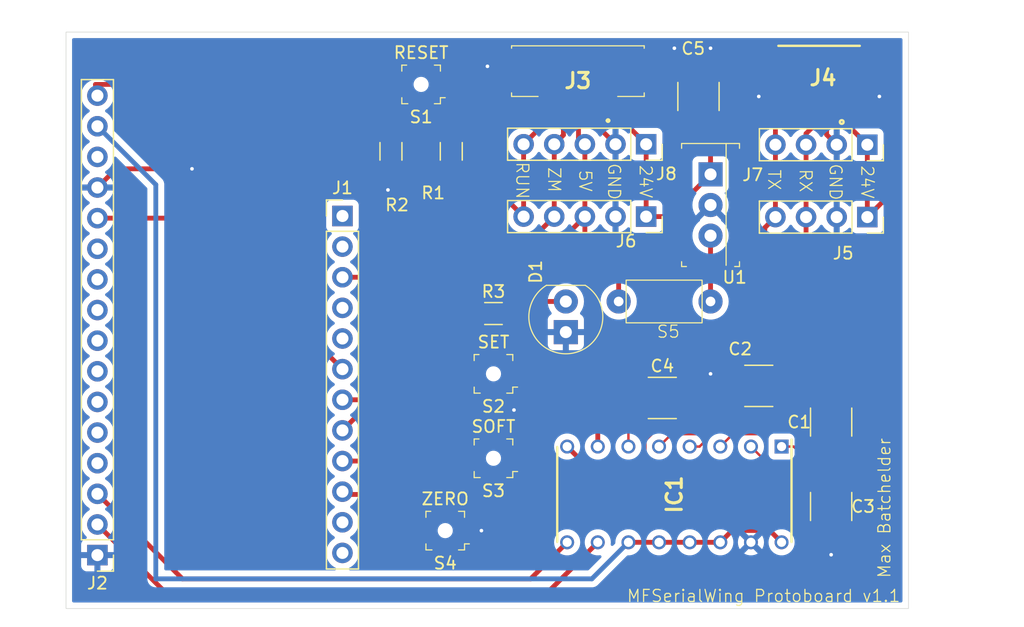
<source format=kicad_pcb>
(kicad_pcb (version 20240108) (generator "pcbnew") (generator_version "8.0")
  (layers (0 "F.Cu" signal) (31 "B.Cu" signal) (34 "B.Paste" user) (35 "F.Paste" user) (36 "B.SilkS" user "B.Silkscreen") (37 "F.SilkS" user "F.Silkscreen") (38 "B.Mask" user) (39 "F.Mask" user) (44 "Edge.Cuts" user))
  (net 0 "")
  (net 1 "TIN1")
  (net 2 "Net-(IC1-C1+)")
  (net 3 "Net-(IC1-C1-)")
  (net 4 "Net-(IC1-C2+)")
  (net 5 "Net-(IC1-C2-)")
  (net 6 "Net-(IC1-V+)")
  (net 7 "Net-(IC1-V-)")
  (net 8 "GND")
  (net 9 "Net-(D1-A)")
  (net 10 "TOUT1")
  (net 11 "+24V")
  (net 12 "USB")
  (net 13 "+5V")
  (net 14 "+3V3")
  (net 15 "ROUT1")
  (net 16 "RIN1")
  (net 17 "ZOOM")
  (net 18 "RUN")
  (net 19 "ZSIG")
  (net 20 "SETLED")
  (net 21 "RST")
  (net 22 "SETBTN")
  (net 23 "SOFTBTN")
  (net 24 "ZEROBTN")
  (net 25 "VBAT")
  (net 26 "/breakouts/SDA")
  (net 27 "/breakouts/SCL")
  (net 28 "/breakouts/D12")
  (net 29 "/breakouts/EN")
  (net 30 "/breakouts/D13")
  (net 31 "/breakouts/A1")
  (net 32 "/breakouts/AREF")
  (net 33 "/breakouts/A5")
  (net 34 "/breakouts/MISO")
  (net 35 "/breakouts/SCK")
  (net 36 "/breakouts/A2")
  (net 37 "/breakouts/MOSI")
  (net 38 "/breakouts/A4")
  (net 39 "/breakouts/A3")
  (footprint "Capacitor_SMD:C_1812_4532Metric_Pad1.57x3.40mm_HandSolder" (layer "F.Cu") (at 80.2425 87.57 180)
    (property "Reference" "C2" (at 1.54 3.06 180) (layer "F.SilkS"))
    (property "Value" "100nF")
    (fp_line (start -1.161252 1.71) (end 1.161252 1.71) (stroke (width 0.12)) (layer "F.SilkS"))
    (fp_line (start -1.161252 -1.71) (end 1.161252 -1.71) (stroke (width 0.12)) (layer "F.SilkS"))
    (pad "1" smd roundrect (at -2.1375 0 180) (size 1.575 3.4) (layers "F.Cu" "F.Paste" "F.Mask") (roundrect_rratio 0.15873) (net 4 "Net-(IC1-C2+)"))
    (pad "2" smd roundrect (at 2.1375 0 180) (size 1.575 3.4) (layers "F.Cu" "F.Paste" "F.Mask") (roundrect_rratio 0.15873) (net 5 "Net-(IC1-C2-)"))
  )
  (footprint "Resistor_SMD:R_1206_3216Metric_Pad1.30x1.75mm_HandSolder" (layer "F.Cu") (at 58.2425 81.57)
    (property "Reference" "R3" (at 0 -1.82 0) (layer "F.SilkS"))
    (property "Value" "65")
    (fp_line (start -0.727064 -0.91) (end 0.727064 -0.91) (stroke (width 0.12)) (layer "F.SilkS"))
    (fp_line (start -0.727064 0.91) (end 0.727064 0.91) (stroke (width 0.12)) (layer "F.SilkS"))
    (pad "1" smd roundrect (at -1.55 0) (size 1.3 1.75) (layers "F.Cu" "F.Paste" "F.Mask") (roundrect_rratio 0.192308) (net 20 "SETLED"))
    (pad "2" smd roundrect (at 1.55 0) (size 1.3 1.75) (layers "F.Cu" "F.Paste" "F.Mask") (roundrect_rratio 0.192308) (net 9 "Net-(D1-A)"))
  )
  (footprint "Resistor_SMD:R_1206_3216Metric_Pad1.30x1.75mm_HandSolder" (layer "F.Cu") (at 49.7425 68.12 -90)
    (property "Reference" "R2" (at 4.45 -0.5 180) (layer "F.SilkS"))
    (property "Value" "3K3")
    (fp_line (start -0.727064 0.91) (end 0.727064 0.91) (stroke (width 0.12)) (layer "F.SilkS"))
    (fp_line (start -0.727064 -0.91) (end 0.727064 -0.91) (stroke (width 0.12)) (layer "F.SilkS"))
    (pad "1" smd roundrect (at -1.55 0 270) (size 1.3 1.75) (layers "F.Cu" "F.Paste" "F.Mask") (roundrect_rratio 0.192308) (net 19 "ZSIG"))
    (pad "2" smd roundrect (at 1.55 0 270) (size 1.3 1.75) (layers "F.Cu" "F.Paste" "F.Mask") (roundrect_rratio 0.192308) (net 8 "GND"))
  )
  (footprint "digikey-footprints:Switch_Tactile_SMD_B3U-1000P" (layer "F.Cu") (at 54.2425 99.57 180)
    (property "Reference" "S4" (at 0 -2.7 180) (layer "F.SilkS"))
    (property "Value" "ZERO" (at 0 2.63 180) (layer "F.SilkS"))
    (fp_line (start 1.6 1.6) (end 1.6 1.1) (stroke (width 0.1)) (layer "F.SilkS"))
    (fp_line (start 1.6 1.6) (end 1.2 1.6) (stroke (width 0.1)) (layer "F.SilkS"))
    (fp_line (start 1.6 -1.6) (end 1.6 -1.1) (stroke (width 0.1)) (layer "F.SilkS"))
    (fp_line (start 1.6 -1.6) (end 1.1 -1.6) (stroke (width 0.1)) (layer "F.SilkS"))
    (fp_line (start -1.6 1.6) (end -1.1 1.6) (stroke (width 0.1)) (layer "F.SilkS"))
    (fp_line (start -1.6 1.6) (end -1.6 1.1) (stroke (width 0.1)) (layer "F.SilkS"))
    (fp_line (start -1.6 -1.1) (end -2 -1.1) (stroke (width 0.1)) (layer "F.SilkS"))
    (fp_line (start -1.6 -1.6) (end -1.1 -1.6) (stroke (width 0.1)) (layer "F.SilkS"))
    (fp_line (start -1.6 -1.6) (end -1.6 -1.1) (stroke (width 0.1)) (layer "F.SilkS"))
    (pad "" np_thru_hole circle (at 0 0 180) (size 0.75 0.75) (drill 0.75) (layers "F&B.Cu" "*.Mask"))
    (pad "1" smd rect (at -1.7 0 180) (size 0.8 1.7) (layers "F.Cu" "F.Paste" "F.Mask") (net 8 "GND"))
    (pad "2" smd rect (at 1.7 0 180) (size 0.8 1.7) (layers "F.Cu" "F.Paste" "F.Mask") (net 24 "ZEROBTN"))
  )
  (footprint "Resistor_SMD:R_1206_3216Metric_Pad1.30x1.75mm_HandSolder" (layer "F.Cu") (at 54.7425 68.12 90)
    (property "Reference" "R1" (at -3.45 -1.5 0) (layer "F.SilkS"))
    (property "Value" "4K7")
    (fp_line (start -0.727064 -0.91) (end 0.727064 -0.91) (stroke (width 0.12)) (layer "F.SilkS"))
    (fp_line (start -0.727064 0.91) (end 0.727064 0.91) (stroke (width 0.12)) (layer "F.SilkS"))
    (pad "1" smd roundrect (at -1.55 0 90) (size 1.3 1.75) (layers "F.Cu" "F.Paste" "F.Mask") (roundrect_rratio 0.192308) (net 17 "ZOOM"))
    (pad "2" smd roundrect (at 1.55 0 90) (size 1.3 1.75) (layers "F.Cu" "F.Paste" "F.Mask") (roundrect_rratio 0.192308) (net 19 "ZSIG"))
  )
  (footprint "Capacitor_SMD:C_1812_4532Metric_Pad1.57x3.40mm_HandSolder" (layer "F.Cu") (at 86.2425 97.57 -90)
    (property "Reference" "C3" (at 0 -2.65 180) (layer "F.SilkS"))
    (property "Value" "100nF")
    (fp_line (start -1.161252 1.71) (end 1.161252 1.71) (stroke (width 0.12)) (layer "F.SilkS"))
    (fp_line (start -1.161252 -1.71) (end 1.161252 -1.71) (stroke (width 0.12)) (layer "F.SilkS"))
    (pad "1" smd roundrect (at -2.1375 0 270) (size 1.575 3.4) (layers "F.Cu" "F.Paste" "F.Mask") (roundrect_rratio 0.15873) (net 6 "Net-(IC1-V+)"))
    (pad "2" smd roundrect (at 2.1375 0 270) (size 1.575 3.4) (layers "F.Cu" "F.Paste" "F.Mask") (roundrect_rratio 0.15873) (net 8 "GND"))
  )
  (footprint "digikey-footprints:Switch_Tactile_SMD_B3U-1000P" (layer "F.Cu") (at 58.2425 86.57 180)
    (property "Reference" "S2" (at 0 -2.7 180) (layer "F.SilkS"))
    (property "Value" "SET" (at 0 2.63 180) (layer "F.SilkS"))
    (fp_line (start 1.6 1.6) (end 1.6 1.1) (stroke (width 0.1)) (layer "F.SilkS"))
    (fp_line (start 1.6 1.6) (end 1.2 1.6) (stroke (width 0.1)) (layer "F.SilkS"))
    (fp_line (start 1.6 -1.6) (end 1.6 -1.1) (stroke (width 0.1)) (layer "F.SilkS"))
    (fp_line (start 1.6 -1.6) (end 1.1 -1.6) (stroke (width 0.1)) (layer "F.SilkS"))
    (fp_line (start -1.6 1.6) (end -1.1 1.6) (stroke (width 0.1)) (layer "F.SilkS"))
    (fp_line (start -1.6 1.6) (end -1.6 1.1) (stroke (width 0.1)) (layer "F.SilkS"))
    (fp_line (start -1.6 -1.1) (end -2 -1.1) (stroke (width 0.1)) (layer "F.SilkS"))
    (fp_line (start -1.6 -1.6) (end -1.1 -1.6) (stroke (width 0.1)) (layer "F.SilkS"))
    (fp_line (start -1.6 -1.6) (end -1.6 -1.1) (stroke (width 0.1)) (layer "F.SilkS"))
    (pad "" np_thru_hole circle (at 0 0 180) (size 0.75 0.75) (drill 0.75) (layers "F&B.Cu" "*.Mask"))
    (pad "1" smd rect (at -1.7 0 180) (size 0.8 1.7) (layers "F.Cu" "F.Paste" "F.Mask") (net 8 "GND"))
    (pad "2" smd rect (at 1.7 0 180) (size 0.8 1.7) (layers "F.Cu" "F.Paste" "F.Mask") (net 22 "SETBTN"))
  )
  (footprint "Connector_PinHeader_2.54mm:PinHeader_1x16_P2.54mm_Vertical" (layer "F.Cu") (at 25.4 101.6 180)
    (property "Reference" "J2" (at 0 -2.33 180) (layer "F.SilkS"))
    (property "Value" "HEADER-1X16ROUND")
    (fp_line (start 1.33 1.27) (end 1.33 39.43) (stroke (width 0.12)) (layer "F.SilkS"))
    (fp_line (start -1.33 39.43) (end 1.33 39.43) (stroke (width 0.12)) (layer "F.SilkS"))
    (fp_line (start -1.33 1.27) (end 1.33 1.27) (stroke (width 0.12)) (layer "F.SilkS"))
    (fp_line (start -1.33 1.27) (end -1.33 39.43) (stroke (width 0.12)) (layer "F.SilkS"))
    (fp_line (start -1.33 0) (end -1.33 -1.33) (stroke (width 0.12)) (layer "F.SilkS"))
    (fp_line (start -1.33 -1.33) (end 0 -1.33) (stroke (width 0.12)) (layer "F.SilkS"))
    (pad "1" thru_hole rect (at 0 0 180) (size 1.7 1.7) (drill 1) (layers "*.Cu" "*.Mask") (net 8 "GND"))
    (pad "2" thru_hole oval (at 0 2.54 180) (size 1.7 1.7) (drill 1) (layers "*.Cu" "*.Mask") (net 1 "TIN1"))
    (pad "3" thru_hole oval (at 0 5.08 180) (size 1.7 1.7) (drill 1) (layers "*.Cu" "*.Mask") (net 15 "ROUT1"))
    (pad "4" thru_hole oval (at 0 7.62 180) (size 1.7 1.7) (drill 1) (layers "*.Cu" "*.Mask") (net 34 "/breakouts/MISO"))
    (pad "5" thru_hole oval (at 0 10.16 180) (size 1.7 1.7) (drill 1) (layers "*.Cu" "*.Mask") (net 37 "/breakouts/MOSI"))
    (pad "6" thru_hole oval (at 0 12.7 180) (size 1.7 1.7) (drill 1) (layers "*.Cu" "*.Mask") (net 35 "/breakouts/SCK"))
    (pad "7" thru_hole oval (at 0 15.24 180) (size 1.7 1.7) (drill 1) (layers "*.Cu" "*.Mask") (net 33 "/breakouts/A5"))
    (pad "8" thru_hole oval (at 0 17.78 180) (size 1.7 1.7) (drill 1) (layers "*.Cu" "*.Mask") (net 38 "/breakouts/A4"))
    (pad "9" thru_hole oval (at 0 20.32 180) (size 1.7 1.7) (drill 1) (layers "*.Cu" "*.Mask") (net 39 "/breakouts/A3"))
    (pad "10" thru_hole oval (at 0 22.86 180) (size 1.7 1.7) (drill 1) (layers "*.Cu" "*.Mask") (net 36 "/breakouts/A2"))
    (pad "11" thru_hole oval (at 0 25.4 180) (size 1.7 1.7) (drill 1) (layers "*.Cu" "*.Mask") (net 31 "/breakouts/A1"))
    (pad "12" thru_hole oval (at 0 27.94 180) (size 1.7 1.7) (drill 1) (layers "*.Cu" "*.Mask") (net 19 "ZSIG"))
    (pad "13" thru_hole oval (at 0 30.48 180) (size 1.7 1.7) (drill 1) (layers "*.Cu" "*.Mask") (net 8 "GND"))
    (pad "14" thru_hole oval (at 0 33.02 180) (size 1.7 1.7) (drill 1) (layers "*.Cu" "*.Mask") (net 32 "/breakouts/AREF"))
    (pad "15" thru_hole oval (at 0 35.56 180) (size 1.7 1.7) (drill 1) (layers "*.Cu" "*.Mask") (net 14 "+3V3"))
    (pad "16" thru_hole oval (at 0 38.1 180) (size 1.7 1.7) (drill 1) (layers "*.Cu" "*.Mask") (net 21 "RST"))
  )
  (footprint "Capacitor_SMD:C_1812_4532Metric_Pad1.57x3.40mm_HandSolder" (layer "F.Cu") (at 86.2425 90.57 90)
    (property "Reference" "C1" (at 0 -2.65 0) (layer "F.SilkS"))
    (property "Value" "100nF")
    (fp_line (start -1.161252 -1.71) (end 1.161252 -1.71) (stroke (width 0.12)) (layer "F.SilkS"))
    (fp_line (start -1.161252 1.71) (end 1.161252 1.71) (stroke (width 0.12)) (layer "F.SilkS"))
    (pad "1" smd roundrect (at -2.1375 0 90) (size 1.575 3.4) (layers "F.Cu" "F.Paste" "F.Mask") (roundrect_rratio 0.15873) (net 2 "Net-(IC1-C1+)"))
    (pad "2" smd roundrect (at 2.1375 0 90) (size 1.575 3.4) (layers "F.Cu" "F.Paste" "F.Mask") (roundrect_rratio 0.15873) (net 3 "Net-(IC1-C1-)"))
  )
  (footprint "Capacitor_SMD:C_1812_4532Metric_Pad1.57x3.40mm_HandSolder" (layer "F.Cu") (at 72.2425 88.57)
    (property "Reference" "C4" (at 0 -2.65 0) (layer "F.SilkS"))
    (property "Value" "100nF")
    (fp_line (start -1.161252 -1.71) (end 1.161252 -1.71) (stroke (width 0.12)) (layer "F.SilkS"))
    (fp_line (start -1.161252 1.71) (end 1.161252 1.71) (stroke (width 0.12)) (layer "F.SilkS"))
    (pad "1" smd roundrect (at -2.1375 0) (size 1.575 3.4) (layers "F.Cu" "F.Paste" "F.Mask") (roundrect_rratio 0.15873) (net 7 "Net-(IC1-V-)"))
    (pad "2" smd roundrect (at 2.1375 0) (size 1.575 3.4) (layers "F.Cu" "F.Paste" "F.Mask") (roundrect_rratio 0.15873) (net 8 "GND"))
  )
  (footprint "53261-0571:532610571TR250" (layer "F.Cu") (at 65.2425 63.57 180)
    (property "Reference" "J3" (at 0 1.3 180) (layer "F.SilkS") (effects (font (size 1.27 1.27) (thickness 0.254))))
    (property "Value" "53261-0571" (hide yes))
    (fp_line (start 5.5 4.2) (end 5.5 4) (stroke (width 0.1)) (layer "F.SilkS"))
    (fp_line (start 5.5 0) (end 5.5 0.3) (stroke (width 0.1)) (layer "F.SilkS"))
    (fp_line (start 3.3 0) (end 5.5 0) (stroke (width 0.1)) (layer "F.SilkS"))
    (fp_line (start -2.4 -2) (end -2.4 -2) (stroke (width 0.2)) (layer "F.SilkS"))
    (fp_line (start -2.6 -2) (end -2.6 -2) (stroke (width 0.2)) (layer "F.SilkS"))
    (fp_line (start -3.3 0) (end -5.5 0) (stroke (width 0.1)) (layer "F.SilkS"))
    (fp_line (start -5.5 4.2) (end 5.5 4.2) (stroke (width 0.1)) (layer "F.SilkS"))
    (fp_line (start -5.5 4) (end -5.5 4.2) (stroke (width 0.1)) (layer "F.SilkS"))
    (fp_line (start -5.5 0) (end -5.5 0.3) (stroke (width 0.1)) (layer "F.SilkS"))
    (fp_arc (start -2.4 -2) (mid -2.5 -1.9) (end -2.6 -2) (stroke (width 0.2)) (layer "F.SilkS"))
    (fp_arc (start -2.6 -2) (mid -2.5 -2.1) (end -2.4 -2) (stroke (width 0.2)) (layer "F.SilkS"))
    (pad "1" smd rect (at -2.5 -0.8 180) (size 0.8 1.6) (layers "F.Cu" "F.Paste" "F.Mask") (net 11 "+24V"))
    (pad "2" smd rect (at -1.25 -0.8 180) (size 0.8 1.6) (layers "F.Cu" "F.Paste" "F.Mask") (net 8 "GND"))
    (pad "3" smd rect (at 0 -0.8 180) (size 0.8 1.6) (layers "F.Cu" "F.Paste" "F.Mask") (net 12 "USB"))
    (pad "4" smd rect (at 1.25 -0.8 180) (size 0.8 1.6) (layers "F.Cu" "F.Paste" "F.Mask") (net 17 "ZOOM"))
    (pad "5" smd rect (at 2.5 -0.8 180) (size 0.8 1.6) (layers "F.Cu" "F.Paste" "F.Mask") (net 18 "RUN"))
    (pad "MP1" smd rect (at -5.05 2.1 180) (size 2.1 3) (layers "F.Cu" "F.Paste" "F.Mask") (net 8 "GND"))
    (pad "MP2" smd rect (at 5.05 2.1 180) (size 2.1 3) (layers "F.Cu" "F.Paste" "F.Mask") (net 8 "GND"))
  )
  (footprint "digikey-footprints:Switch_Tactile_SMD_B3U-1000P" (layer "F.Cu") (at 52.2425 62.57 180)
    (property "Reference" "S1" (at 0 -2.7 180) (layer "F.SilkS"))
    (property "Value" "RESET" (at 0 2.63 180) (layer "F.SilkS"))
    (fp_line (start 1.6 1.6) (end 1.6 1.1) (stroke (width 0.1)) (layer "F.SilkS"))
    (fp_line (start 1.6 1.6) (end 1.2 1.6) (stroke (width 0.1)) (layer "F.SilkS"))
    (fp_line (start 1.6 -1.6) (end 1.6 -1.1) (stroke (width 0.1)) (layer "F.SilkS"))
    (fp_line (start 1.6 -1.6) (end 1.1 -1.6) (stroke (width 0.1)) (layer "F.SilkS"))
    (fp_line (start -1.6 1.6) (end -1.1 1.6) (stroke (width 0.1)) (layer "F.SilkS"))
    (fp_line (start -1.6 1.6) (end -1.6 1.1) (stroke (width 0.1)) (layer "F.SilkS"))
    (fp_line (start -1.6 -1.1) (end -2 -1.1) (stroke (width 0.1)) (layer "F.SilkS"))
    (fp_line (start -1.6 -1.6) (end -1.1 -1.6) (stroke (width 0.1)) (layer "F.SilkS"))
    (fp_line (start -1.6 -1.6) (end -1.6 -1.1) (stroke (width 0.1)) (layer "F.SilkS"))
    (pad "" np_thru_hole circle (at 0 0 180) (size 0.75 0.75) (drill 0.75) (layers "F&B.Cu" "*.Mask"))
    (pad "1" smd rect (at -1.7 0 180) (size 0.8 1.7) (layers "F.Cu" "F.Paste" "F.Mask") (net 8 "GND"))
    (pad "2" smd rect (at 1.7 0 180) (size 0.8 1.7) (layers "F.Cu" "F.Paste" "F.Mask") (net 21 "RST"))
  )
  (footprint "digikey-footprints:LED_5mm_Radial" (layer "F.Cu") (at 64.2425 80.57 90)
    (property "Reference" "D1" (at 2.46 -2.5 -90) (layer "F.SilkS"))
    (property "Value" "LED")
    (fp_line (start 1.34 1.6) (end 1.34 -1.61) (stroke (width 0.1)) (layer "F.SilkS"))
    (fp_arc (start 1.341718 1.607211) (mid -4.336626 0.001638) (end 1.34 -1.61) (stroke (width 0.1)) (layer "F.SilkS"))
    (pad "1" thru_hole rect (at -2.54 0 90) (size 2 2) (drill 1) (layers "*.Cu" "*.Mask") (net 8 "GND"))
    (pad "2" thru_hole circle (at 0 0 90) (size 2 2) (drill 1) (layers "*.Cu" "*.Mask") (net 9 "Net-(D1-A)"))
  )
  (footprint "MyLibrary:DS04-254-1L-01" (layer "F.Cu") (at 76.2425 80.57 180)
    (property "Reference" "S5" (at 3.5 -2.5 0) (layer "F.SilkS") (effects (font (thickness 0.1))))
    (property "Value" "~")
    (fp_rect (start 0.7 -1.77) (end 7 1.77) (stroke (width 0.1)) (fill none) (layer "F.SilkS"))
    (pad "1" thru_hole circle (at 0 0 180) (size 2 2) (drill 0.8) (layers "*.Cu" "*.Mask") (net 13 "+5V"))
    (pad "2" thru_hole circle (at 7.62 0 180) (size 2 2) (drill 0.8) (layers "*.Cu" "*.Mask") (net 12 "USB"))
  )
  (footprint "53261-0471:53261-0471" (layer "F.Cu") (at 85.2425 63.57 180)
    (property "Reference" "J4" (at -0.324 1.541 180) (layer "F.SilkS") (effects (font (size 1.27 1.27) (thickness 0.254))))
    (property "Value" "53261-0471" (hide yes))
    (fp_line (start -3.375 4.2) (end 3.375 4.2) (stroke (width 0.2)) (layer "F.SilkS"))
    (fp_circle (center -1.879 -2.116) (end -1.879 -2.064) (stroke (width 0.2)) (fill none) (layer "F.SilkS"))
    (pad "1" smd rect (at -1.875 -0.8 180) (size 0.8 1.6) (layers "F.Cu" "F.Paste" "F.Mask") (net 11 "+24V"))
    (pad "2" smd rect (at -0.625 -0.8 180) (size 0.8 1.6) (layers "F.Cu" "F.Paste" "F.Mask") (net 8 "GND"))
    (pad "3" smd rect (at 0.625 -0.8 180) (size 0.8 1.6) (layers "F.Cu" "F.Paste" "F.Mask") (net 16 "RIN1"))
    (pad "4" smd rect (at 1.875 -0.8 180) (size 0.8 1.6) (layers "F.Cu" "F.Paste" "F.Mask") (net 10 "TOUT1"))
    (pad "5" smd rect (at 4.425 2.1 180) (size 2.1 3) (layers "F.Cu" "F.Paste" "F.Mask"))
    (pad "6" smd rect (at -4.425 2.1 180) (size 2.1 3) (layers "F.Cu" "F.Paste" "F.Mask"))
  )
  (footprint "Connector_PinHeader_2.54mm:PinHeader_1x12_P2.54mm_Vertical" (layer "F.Cu") (at 45.72 101.6)
    (property "Reference" "J1" (at 0 -30.45 0) (layer "F.SilkS"))
    (property "Value" "HEADER-1X12")
    (fp_line (start -1.33 -29.45) (end 0 -29.45) (stroke (width 0.12)) (layer "F.SilkS"))
    (fp_line (start -1.33 -28.12) (end -1.33 -29.45) (stroke (width 0.12)) (layer "F.SilkS"))
    (fp_line (start -1.33 -26.85) (end -1.33 1.15) (stroke (width 0.12)) (layer "F.SilkS"))
    (fp_line (start -1.33 -26.85) (end 1.33 -26.85) (stroke (width 0.12)) (layer "F.SilkS"))
    (fp_line (start -1.33 1.15) (end 1.33 1.15) (stroke (width 0.12)) (layer "F.SilkS"))
    (fp_line (start 1.33 -26.85) (end 1.33 1.15) (stroke (width 0.12)) (layer "F.SilkS"))
    (pad "1" thru_hole rect (at 0 -28.12) (size 1.7 1.7) (drill 1) (layers "*.Cu" "*.Mask") (net 25 "VBAT"))
    (pad "2" thru_hole oval (at 0 -25.58) (size 1.7 1.7) (drill 1) (layers "*.Cu" "*.Mask") (net 29 "/breakouts/EN"))
    (pad "3" thru_hole oval (at 0 -23.04) (size 1.7 1.7) (drill 1) (layers "*.Cu" "*.Mask") (net 12 "USB"))
    (pad "4" thru_hole oval (at 0 -20.5) (size 1.7 1.7) (drill 1) (layers "*.Cu" "*.Mask") (net 30 "/breakouts/D13"))
    (pad "5" thru_hole oval (at 0 -17.96) (size 1.7 1.7) (drill 1) (layers "*.Cu" "*.Mask") (net 28 "/breakouts/D12"))
    (pad "6" thru_hole oval (at 0 -15.42) (size 1.7 1.7) (drill 1) (layers "*.Cu" "*.Mask") (net 18 "RUN"))
    (pad "7" thru_hole oval (at 0 -12.88) (size 1.7 1.7) (drill 1) (layers "*.Cu" "*.Mask") (net 20 "SETLED"))
    (pad "8" thru_hole oval (at 0 -10.34) (size 1.7 1.7) (drill 1) (layers "*.Cu" "*.Mask") (net 22 "SETBTN"))
    (pad "9" thru_hole oval (at 0 -7.8) (size 1.7 1.7) (drill 1) (layers "*.Cu" "*.Mask") (net 23 "SOFTBTN"))
    (pad "10" thru_hole oval (at 0 -5.26) (size 1.7 1.7) (drill 1) (layers "*.Cu" "*.Mask") (net 24 "ZEROBTN"))
    (pad "11" thru_hole oval (at 0 -2.72) (size 1.7 1.7) (drill 1) (layers "*.Cu" "*.Mask") (net 27 "/breakouts/SCL"))
    (pad "12" thru_hole oval (at 0 -0.18) (size 1.7 1.7) (drill 1) (layers "*.Cu" "*.Mask") (net 26 "/breakouts/SDA"))
  )
  (footprint "digikey-footprints:TO-220-3" (layer "F.Cu") (at 76.2425 70.03 -90)
    (property "Reference" "U1" (at 8.54 -2 180) (layer "F.SilkS"))
    (property "Value" "MC7805BDTRKG")
    (fp_line (start -2.56 2.4) (end -2.16 2.4) (stroke (width 0.1)) (layer "F.SilkS"))
    (fp_line (start -2.56 2.4) (end -2.56 -2) (stroke (width 0.1)) (layer "F.SilkS"))
    (fp_line (start 7.64 2.4) (end 7.24 2.4) (stroke (width 0.1)) (layer "F.SilkS"))
    (fp_line (start 7.64 2.4) (end 7.64 2) (stroke (width 0.1)) (layer "F.SilkS"))
    (fp_line (start -2.56 -1.29) (end 7.54 -1.29) (stroke (width 0.1)) (layer "F.SilkS"))
    (fp_line (start -2.56 -2.4) (end -2.56 -2) (stroke (width 0.1)) (layer "F.SilkS"))
    (fp_line (start -2.56 -2.4) (end -2.16 -2.4) (stroke (width 0.1)) (layer "F.SilkS"))
    (fp_line (start 7.24 -2.4) (end 7.64 -2.4) (stroke (width 0.1)) (layer "F.SilkS"))
    (fp_line (start 7.64 -2.4) (end 7.64 -2) (stroke (width 0.1)) (layer "F.SilkS"))
    (pad "1" thru_hole rect (at 0 0 270) (size 2 2) (drill 1) (layers "*.Cu" "*.Mask") (net 11 "+24V"))
    (pad "2" thru_hole circle (at 2.54 0 270) (size 2 2) (drill 1) (layers "*.Cu" "*.Mask") (net 8 "GND"))
    (pad "3" thru_hole circle (at 5.08 0 270) (size 2 2) (drill 1) (layers "*.Cu" "*.Mask") (net 13 "+5V"))
  )
  (footprint "Connector_PinSocket_2.54mm:PinSocket_1x05_P2.54mm_Vertical" (layer "F.Cu") (at 70.9025 73.53 -90)
    (property "Reference" "J6" (at 2.04 1.66 180) (layer "F.SilkS"))
    (property "Value" "Analog2")
    (fp_line (start -1.33 11.49) (end 1.33 11.49) (stroke (width 0.12)) (layer "F.SilkS"))
    (fp_line (start -1.33 1.27) (end -1.33 11.49) (stroke (width 0.12)) (layer "F.SilkS"))
    (fp_line (start -1.33 1.27) (end 1.33 1.27) (stroke (width 0.12)) (layer "F.SilkS"))
    (fp_line (start 1.33 1.27) (end 1.33 11.49) (stroke (width 0.12)) (layer "F.SilkS"))
    (fp_line (start 0 -1.33) (end 1.33 -1.33) (stroke (width 0.12)) (layer "F.SilkS"))
    (fp_line (start 1.33 -1.33) (end 1.33 0) (stroke (width 0.12)) (layer "F.SilkS"))
    (pad "1" thru_hole rect (at 0 0 270) (size 1.7 1.7) (drill 1) (layers "*.Cu" "*.Mask") (net 11 "+24V"))
    (pad "2" thru_hole oval (at 0 2.54 270) (size 1.7 1.7) (drill 1) (layers "*.Cu" "*.Mask") (net 8 "GND"))
    (pad "3" thru_hole oval (at 0 5.08 270) (size 1.7 1.7) (drill 1) (layers "*.Cu" "*.Mask") (net 12 "USB"))
    (pad "4" thru_hole oval (at 0 7.62 270) (size 1.7 1.7) (drill 1) (layers "*.Cu" "*.Mask") (net 17 "ZOOM"))
    (pad "5" thru_hole oval (at 0 10.16 270) (size 1.7 1.7) (drill 1) (layers "*.Cu" "*.Mask") (net 18 "RUN"))
  )
  (footprint "Connector_PinSocket_2.54mm:PinSocket_1x05_P2.54mm_Vertical" (layer "F.Cu") (at 70.9025 67.53 -90)
    (property "Reference" "J8" (at 2.457167 -1.677879 180) (layer "F.SilkS"))
    (property "Value" "Analog")
    (fp_line (start -1.33 11.49) (end 1.33 11.49) (stroke (width 0.12)) (layer "F.SilkS"))
    (fp_line (start -1.33 1.27) (end -1.33 11.49) (stroke (width 0.12)) (layer "F.SilkS"))
    (fp_line (start -1.33 1.27) (end 1.33 1.27) (stroke (width 0.12)) (layer "F.SilkS"))
    (fp_line (start 1.33 1.27) (end 1.33 11.49) (stroke (width 0.12)) (layer "F.SilkS"))
    (fp_line (start 0 -1.33) (end 1.33 -1.33) (stroke (width 0.12)) (layer "F.SilkS"))
    (fp_line (start 1.33 -1.33) (end 1.33 0) (stroke (width 0.12)) (layer "F.SilkS"))
    (pad "1" thru_hole rect (at 0 0 270) (size 1.7 1.7) (drill 1) (layers "*.Cu" "*.Mask") (net 11 "+24V"))
    (pad "2" thru_hole oval (at 0 2.54 270) (size 1.7 1.7) (drill 1) (layers "*.Cu" "*.Mask") (net 8 "GND"))
    (pad "3" thru_hole oval (at 0 5.08 270) (size 1.7 1.7) (drill 1) (layers "*.Cu" "*.Mask") (net 12 "USB"))
    (pad "4" thru_hole oval (at 0 7.62 270) (size 1.7 1.7) (drill 1) (layers "*.Cu" "*.Mask") (net 17 "ZOOM"))
    (pad "5" thru_hole oval (at 0 10.16 270) (size 1.7 1.7) (drill 1) (layers "*.Cu" "*.Mask") (net 18 "RUN"))
  )
  (footprint "digikey-footprints:Switch_Tactile_SMD_B3U-1000P" (layer "F.Cu") (at 58.2425 93.57 180)
    (property "Reference" "S3" (at 0 -2.7 180) (layer "F.SilkS"))
    (property "Value" "SOFT" (at 0 2.63 180) (layer "F.SilkS"))
    (fp_line (start 1.6 1.6) (end 1.6 1.1) (stroke (width 0.1)) (layer "F.SilkS"))
    (fp_line (start 1.6 1.6) (end 1.2 1.6) (stroke (width 0.1)) (layer "F.SilkS"))
    (fp_line (start 1.6 -1.6) (end 1.6 -1.1) (stroke (width 0.1)) (layer "F.SilkS"))
    (fp_line (start 1.6 -1.6) (end 1.1 -1.6) (stroke (width 0.1)) (layer "F.SilkS"))
    (fp_line (start -1.6 1.6) (end -1.1 1.6) (stroke (width 0.1)) (layer "F.SilkS"))
    (fp_line (start -1.6 1.6) (end -1.6 1.1) (stroke (width 0.1)) (layer "F.SilkS"))
    (fp_line (start -1.6 -1.1) (end -2 -1.1) (stroke (width 0.1)) (layer "F.SilkS"))
    (fp_line (start -1.6 -1.6) (end -1.1 -1.6) (stroke (width 0.1)) (layer "F.SilkS"))
    (fp_line (start -1.6 -1.6) (end -1.6 -1.1) (stroke (width 0.1)) (layer "F.SilkS"))
    (pad "" np_thru_hole circle (at 0 0 180) (size 0.75 0.75) (drill 0.75) (layers "F&B.Cu" "*.Mask"))
    (pad "1" smd rect (at -1.7 0 180) (size 0.8 1.7) (layers "F.Cu" "F.Paste" "F.Mask") (net 8 "GND"))
    (pad "2" smd rect (at 1.7 0 180) (size 0.8 1.7) (layers "F.Cu" "F.Paste" "F.Mask") (net 23 "SOFTBTN"))
  )
  (footprint "MAX3323EEPE+:DIP794W56P254L1918H457Q16N" (layer "F.Cu") (at 73.2425 96.57 -90)
    (property "Reference" "IC1" (at 0 0 90) (layer "F.SilkS") (effects (font (size 1.27 1.27) (thickness 0.254))))
    (property "Value" "MAX3323EEPE+" (hide yes))
    (fp_line (start -3.935 9.715) (end 3.935 9.715) (stroke (width 0.2)) (layer "F.SilkS"))
    (fp_line (start -4.55 -9.715) (end 3.935 -9.715) (stroke (width 0.2)) (layer "F.SilkS"))
    (pad "1" thru_hole rect (at -3.97 -8.89 270) (size 1.16 1.16) (drill 0.76) (layers "*.Cu" "*.Mask") (net 2 "Net-(IC1-C1+)"))
    (pad "2" thru_hole circle (at -3.97 -6.35 270) (size 1.16 1.16) (drill 0.76) (layers "*.Cu" "*.Mask") (net 6 "Net-(IC1-V+)"))
    (pad "3" thru_hole circle (at -3.97 -3.81 270) (size 1.16 1.16) (drill 0.76) (layers "*.Cu" "*.Mask") (net 3 "Net-(IC1-C1-)"))
    (pad "4" thru_hole circle (at -3.97 -1.27 270) (size 1.16 1.16) (drill 0.76) (layers "*.Cu" "*.Mask") (net 4 "Net-(IC1-C2+)"))
    (pad "5" thru_hole circle (at -3.97 1.27 270) (size 1.16 1.16) (drill 0.76) (layers "*.Cu" "*.Mask") (net 5 "Net-(IC1-C2-)"))
    (pad "6" thru_hole circle (at -3.97 3.81 270) (size 1.16 1.16) (drill 0.76) (layers "*.Cu" "*.Mask") (net 7 "Net-(IC1-V-)"))
    (pad "7" thru_hole circle (at -3.97 6.35 270) (size 1.16 1.16) (drill 0.76) (layers "*.Cu" "*.Mask") (net 10 "TOUT1"))
    (pad "8" thru_hole circle (at -3.97 8.89 270) (size 1.16 1.16) (drill 0.76) (layers "*.Cu" "*.Mask") (net 16 "RIN1"))
    (pad "9" thru_hole circle (at 3.97 8.89 270) (size 1.16 1.16) (drill 0.76) (layers "*.Cu" "*.Mask") (net 15 "ROUT1"))
    (pad "10" thru_hole circle (at 3.97 6.35 270) (size 1.16 1.16) (drill 0.76) (layers "*.Cu" "*.Mask") (net 1 "TIN1"))
    (pad "11" thru_hole circle (at 3.97 3.81 270) (size 1.16 1.16) (drill 0.76) (layers "*.Cu" "*.Mask") (net 14 "+3V3"))
    (pad "12" thru_hole circle (at 3.97 1.27 270) (size 1.16 1.16) (drill 0.76) (layers "*.Cu" "*.Mask") (net 14 "+3V3"))
    (pad "13" thru_hole circle (at 3.97 -1.27 270) (size 1.16 1.16) (drill 0.76) (layers "*.Cu" "*.Mask") (net 14 "+3V3"))
    (pad "14" thru_hole circle (at 3.97 -3.81 270) (size 1.16 1.16) (drill 0.76) (layers "*.Cu" "*.Mask") (net 14 "+3V3"))
    (pad "15" thru_hole circle (at 3.97 -6.35 270) (size 1.16 1.16) (drill 0.76) (layers "*.Cu" "*.Mask") (net 8 "GND"))
    (pad "16" thru_hole circle (at 3.97 -8.89 270) (size 1.16 1.16) (drill 0.76) (layers "*.Cu" "*.Mask") (net 14 "+3V3"))
  )
  (footprint "Connector_PinSocket_2.54mm:PinSocket_1x04_P2.54mm_Vertical" (layer "F.Cu") (at 89.2425 67.57 -90)
    (property "Reference" "J7" (at 2.499906 9.504123 180) (layer "F.SilkS"))
    (property "Value" "Serial")
    (fp_line (start -1.33 8.95) (end 1.33 8.95) (stroke (width 0.12)) (layer "F.SilkS"))
    (fp_line (start -1.33 1.27) (end -1.33 8.95) (stroke (width 0.12)) (layer "F.SilkS"))
    (fp_line (start -1.33 1.27) (end 1.33 1.27) (stroke (width 0.12)) (layer "F.SilkS"))
    (fp_line (start 1.33 1.27) (end 1.33 8.95) (stroke (width 0.12)) (layer "F.SilkS"))
    (fp_line (start 0 -1.33) (end 1.33 -1.33) (stroke (width 0.12)) (layer "F.SilkS"))
    (fp_line (start 1.33 -1.33) (end 1.33 0) (stroke (width 0.12)) (layer "F.SilkS"))
    (pad "1" thru_hole rect (at 0 0 270) (size 1.7 1.7) (drill 1) (layers "*.Cu" "*.Mask") (net 11 "+24V"))
    (pad "2" thru_hole oval (at 0 2.54 270) (size 1.7 1.7) (drill 1) (layers "*.Cu" "*.Mask") (net 8 "GND"))
    (pad "3" thru_hole oval (at 0 5.08 270) (size 1.7 1.7) (drill 1) (layers "*.Cu" "*.Mask") (net 16 "RIN1"))
    (pad "4" thru_hole oval (at 0 7.62 270) (size 1.7 1.7) (drill 1) (layers "*.Cu" "*.Mask") (net 10 "TOUT1"))
  )
  (footprint "Connector_PinSocket_2.54mm:PinSocket_1x04_P2.54mm_Vertical" (layer "F.Cu") (at 89.2425 73.57 -90)
    (property "Reference" "J5" (at 3 2 180) (layer "F.SilkS"))
    (property "Value" "Serial2")
    (fp_line (start -1.33 8.95) (end 1.33 8.95) (stroke (width 0.12)) (layer "F.SilkS"))
    (fp_line (start -1.33 1.27) (end -1.33 8.95) (stroke (width 0.12)) (layer "F.SilkS"))
    (fp_line (start -1.33 1.27) (end 1.33 1.27) (stroke (width 0.12)) (layer "F.SilkS"))
    (fp_line (start 1.33 1.27) (end 1.33 8.95) (stroke (width 0.12)) (layer "F.SilkS"))
    (fp_line (start 0 -1.33) (end 1.33 -1.33) (stroke (width 0.12)) (layer "F.SilkS"))
    (fp_line (start 1.33 -1.33) (end 1.33 0) (stroke (width 0.12)) (layer "F.SilkS"))
    (pad "1" thru_hole rect (at 0 0 270) (size 1.7 1.7) (drill 1) (layers "*.Cu" "*.Mask") (net 11 "+24V"))
    (pad "2" thru_hole oval (at 0 2.54 270) (size 1.7 1.7) (drill 1) (layers "*.Cu" "*.Mask") (net 8 "GND"))
    (pad "3" thru_hole oval (at 0 5.08 270) (size 1.7 1.7) (drill 1) (layers "*.Cu" "*.Mask") (net 16 "RIN1"))
    (pad "4" thru_hole oval (at 0 7.62 270) (size 1.7 1.7) (drill 1) (layers "*.Cu" "*.Mask") (net 10 "TOUT1"))
  )
  (footprint "Capacitor_SMD:C_1812_4532Metric_Pad1.57x3.40mm_HandSolder" (layer "F.Cu") (at 75.2425 63.57 -90)
    (property "Reference" "C5" (at -3.972827 0.436807 180) (layer "F.SilkS"))
    (property "Value" "0.33uF")
    (fp_line (start -1.161252 1.71) (end 1.161252 1.71) (stroke (width 0.12)) (layer "F.SilkS"))
    (fp_line (start -1.161252 -1.71) (end 1.161252 -1.71) (stroke (width 0.12)) (layer "F.SilkS"))
    (pad "1" smd roundrect (at -2.1375 0 270) (size 1.575 3.4) (layers "F.Cu" "F.Paste" "F.Mask") (roundrect_rratio 0.15873) (net 8 "GND"))
    (pad "2" smd roundrect (at 2.1375 0 270) (size 1.575 3.4) (layers "F.Cu" "F.Paste" "F.Mask") (roundrect_rratio 0.15873) (net 11 "+24V"))
  )
  (gr_rect (start 22.798235 58.23) (end 92.6575 106.03) (stroke (width 0.05)) (fill none) (layer "Edge.Cuts"))
  (gr_text "5V" (at 65.273244 69.592814 -90) (layer "F.SilkS") (effects (font (size 1 1) (thickness 0.1)) (justify left bottom)))
  (gr_text "GND" (at 67.662561 69.03608 -90) (layer "F.SilkS") (effects (font (size 1 1) (thickness 0.1)) (justify left bottom)))
  (gr_text "24V" (at 88.658159 69.216921 -90) (layer "F.SilkS") (effects (font (size 1 1) (thickness 0.1)) (justify left bottom)))
  (gr_text "24V" (at 70.283851 69.175263 -90) (layer "F.SilkS") (effects (font (size 1 1) (thickness 0.1)) (justify left bottom)))
  (gr_text "RX" (at 83.540252 69.509373 -90) (layer "F.SilkS") (effects (font (size 1 1) (thickness 0.1)) (justify left bottom)))
  (gr_text "MFSerialWing Protoboard v1.1" (at 69.2425 105.57 0) (layer "F.SilkS") (effects (font (size 1 1) (thickness 0.1)) (justify left bottom)))
  (gr_text "RUN" (at 60.053862 68.920093 -90) (layer "F.SilkS") (effects (font (size 1 1) (thickness 0.1)) (justify left bottom)))
  (gr_text "TX" (at 80.932556 69.558115 -90) (layer "F.SilkS") (effects (font (size 1 1) (thickness 0.1)) (justify left bottom)))
  (gr_text "Max Batchelder" (at 91.2425 103.57 90) (layer "F.SilkS") (effects (font (size 1 1) (thickness 0.1)) (justify left bottom)))
  (gr_text "GND" (at 86.026092 69.070695 -90) (layer "F.SilkS") (effects (font (size 1 1) (thickness 0.1)) (justify left bottom)))
  (gr_text "ZM" (at 62.698349 69.360841 -90) (layer "F.SilkS") (effects (font (size 1 1) (thickness 0.1)) (justify left bottom)))
  (segment (start 66.8925 100.54) (end 62.8625 104.57) (width 0.4) (layer "F.Cu") (net 1))
  (segment (start 62.8625 104.57) (end 30.91 104.57) (width 0.4) (layer "F.Cu") (net 1))
  (segment (start 30.91 104.57) (end 25.4 99.06) (width 0.4) (layer "F.Cu") (net 1))
  (segment (start 83.2425 92.7075) (end 86.2425 92.7075) (width 0.2) (layer "F.Cu") (net 2))
  (segment (start 82.1325 92.6) (end 83.135 92.6) (width 0.2) (layer "F.Cu") (net 2))
  (segment (start 83.135 92.6) (end 83.2425 92.7075) (width 0.2) (layer "F.Cu") (net 2))
  (segment (start 86.2425 88.4325) (end 84.105 90.57) (width 0.2) (layer "F.Cu") (net 3))
  (segment (start 81.17375 90.57) (end 80.17375 91.57) (width 0.2) (layer "F.Cu") (net 3))
  (segment (start 84.105 90.57) (end 81.17375 90.57) (width 0.2) (layer "F.Cu") (net 3))
  (segment (start 80.17375 91.57) (end 78.0825 91.57) (width 0.2) (layer "F.Cu") (net 3))
  (segment (start 78.0825 91.57) (end 77.0525 92.6) (width 0.2) (layer "F.Cu") (net 3))
  (segment (start 77.362743 90.57) (end 80.38 90.57) (width 0.2) (layer "F.Cu") (net 4))
  (segment (start 75.332743 92.6) (end 77.362743 90.57) (width 0.2) (layer "F.Cu") (net 4))
  (segment (start 80.38 90.57) (end 82.38 88.57) (width 0.2) (layer "F.Cu") (net 4))
  (segment (start 74.5125 92.6) (end 75.332743 92.6) (width 0.2) (layer "F.Cu") (net 4))
  (segment (start 82.38 88.57) (end 82.38 87.57) (width 0.2) (layer "F.Cu") (net 4))
  (segment (start 73.0025 91.57) (end 71.9725 92.6) (width 0.2) (layer "F.Cu") (net 5))
  (segment (start 78.105 87.57) (end 78.105 88.57) (width 0.2) (layer "F.Cu") (net 5))
  (segment (start 78.105 88.57) (end 75.105 91.57) (width 0.2) (layer "F.Cu") (net 5))
  (segment (start 75.105 91.57) (end 73.0025 91.57) (width 0.2) (layer "F.Cu") (net 5))
  (segment (start 79.5925 92.6) (end 82.425 95.4325) (width 0.2) (layer "F.Cu") (net 6))
  (segment (start 82.425 95.4325) (end 86.2425 95.4325) (width 0.2) (layer "F.Cu") (net 6))
  (segment (start 69.4325 92.6) (end 69.4325 89.2425) (width 0.2) (layer "F.Cu") (net 7))
  (segment (start 69.4325 89.2425) (end 70.105 88.57) (width 0.2) (layer "F.Cu") (net 7))
  (segment (start 74.92 87.8925) (end 76.2425 86.57) (width 0.4) (layer "F.Cu") (net 8))
  (segment (start 76.2425 60.4325) (end 75.2425 61.4325) (width 0.4) (layer "F.Cu") (net 8))
  (segment (start 88.6675 60.47) (end 89.6675 61.47) (width 0.4) (layer "F.Cu") (net 8))
  (segment (start 90.2425 63.57) (end 90.2425 62.045) (width 0.4) (layer "F.Cu") (net 8))
  (segment (start 71.3425 61.47) (end 70.2925 61.47) (width 0.4) (layer "F.Cu") (net 8))
  (segment (start 66.2425 60.47) (end 66.2425 61.57) (width 0.4) (layer "F.Cu") (net 8))
  (segment (start 59.9425 86.57) (end 59.9425 89.57) (width 0.4) (layer "F.Cu") (net 8))
  (segment (start 59.9425 93.57) (end 59.9425 89.57) (width 0.4) (layer "F.Cu") (net 8))
  (segment (start 56.2425 62.57) (end 53.9425 62.57) (width 0.4) (layer "F.Cu") (net 8))
  (segment (start 85.8675 60.845) (end 86.2425 60.47) (width 0.4) (layer "F.Cu") (net 8))
  (segment (start 57.2425 99.57) (end 55.9425 99.57) (width 0.4) (layer "F.Cu") (net 8))
  (segment (start 80.2425 62.045) (end 80.8175 61.47) (width 0.4) (layer "F.Cu") (net 8))
  (segment (start 90.2425 62.045) (end 89.6675 61.47) (width 0.4) (layer "F.Cu") (net 8))
  (segment (start 68.3625 67.53) (end 68.3625 73.53) (width 0.4) (layer "F.Cu") (net 8))
  (segment (start 66.2425 61.57) (end 66.4925 61.82) (width 0.4) (layer "F.Cu") (net 8))
  (segment (start 49.7425 71.07) (end 49.7425 69.67) (width 0.4) (layer "F.Cu") (net 8))
  (segment (start 76.2425 59.57) (end 76.2425 60.4325) (width 0.4) (layer "F.Cu") (net 8))
  (segment (start 26.95 69.57) (end 33.2425 69.57) (width 0.4) (layer "F.Cu") (net 8))
  (segment (start 57.7425 61.07) (end 59.7925 61.07) (width 0.4) (layer "F.Cu") (net 8))
  (segment (start 80.2425 63.57) (end 80.2425 62.045) (width 0.4) (layer "F.Cu") (net 8))
  (segment (start 66.2425 60.47) (end 69.2925 60.47) (width 0.4) (layer "F.Cu") (net 8))
  (segment (start 86.2425 101.57) (end 86.2425 99.7075) (width 0.4) (layer "F.Cu") (net 8))
  (segment (start 49.4925 71.32) (end 49.7425 71.07) (width 0.4) (layer "F.Cu") (net 8))
  (segment (start 86.7025 67.57) (end 86.7025 73.57) (width 0.4) (layer "F.Cu") (net 8))
  (segment (start 80.8175 61.47) (end 81.8175 60.47) (width 0.4) (layer "F.Cu") (net 8))
  (segment (start 66.4925 64.37) (end 66.4925 65.66) (width 0.4) (layer "F.Cu") (net 8))
  (segment (start 85.8675 66.735) (end 86.7025 67.57) (width 0.4) (layer "F.Cu") (net 8))
  (segment (start 74.92 89.63) (end 74.92 87.8925) (width 0.4) (layer "F.Cu") (net 8))
  (segment (start 69.2925 60.47) (end 70.2925 61.47) (width 0.4) (layer "F.Cu") (net 8))
  (segment (start 25.4 71.12) (end 26.95 69.57) (width 0.4) (layer "F.Cu") (net 8))
  (segment (start 66.4925 65.66) (end 68.3625 67.53) (width 0.4) (layer "F.Cu") (net 8))
  (segment (start 86.2425 60.47) (end 88.6675 60.47) (width 0.4) (layer "F.Cu") (net 8))
  (segment (start 85.8675 64.37) (end 85.8675 66.735) (width 0.4) (layer "F.Cu") (net 8))
  (segment (start 73.2425 59.57) (end 71.3425 61.47) (width 0.4) (layer "F.Cu") (net 8))
  (segment (start 57.7425 61.07) (end 56.2425 62.57) (width 0.4) (layer "F.Cu") (net 8))
  (segment (start 66.4925 61.82) (end 66.4925 64.37) (width 0.4) (layer "F.Cu") (net 8))
  (segment (start 59.7925 61.07) (end 60.1925 61.47) (width 0.4) (layer "F.Cu") (net 8))
  (segment (start 61.1925 60.47) (end 66.2425 60.47) (width 0.4) (layer "F.Cu") (net 8))
  (segment (start 81.8175 60.47) (end 86.2425 60.47) (width 0.4) (layer "F.Cu") (net 8))
  (segment (start 85.8675 64.37) (end 85.8675 60.845) (width 0.4) (layer "F.Cu") (net 8))
  (segment (start 60.1925 61.47) (end 61.1925 60.47) (width 0.4) (layer "F.Cu") (net 8))
  (via (at 57.2425 99.57) (size 0.6) (drill 0.3) (layers "F.Cu" "B.Cu") (net 8))
  (via (at 80.2425 63.57) (size 0.6) (drill 0.3) (layers "F.Cu" "B.Cu") (net 8))
  (via (at 57.7425 61.07) (size 0.6) (drill 0.3) (layers "F.Cu" "B.Cu") (net 8))
  (via (at 33.2425 69.57) (size 0.6) (drill 0.3) (layers "F.Cu" "B.Cu") (net 8))
  (via (at 90.2425 63.57) (size 0.6) (drill 0.3) (layers "F.Cu" "B.Cu") (net 8))
  (via (at 59.9425 89.57) (size 0.6) (drill 0.3) (layers "F.Cu" "B.Cu") (net 8))
  (via (at 49.4925 71.32) (size 0.6) (drill 0.3) (layers "F.Cu" "B.Cu") (net 8))
  (via (at 76.2425 86.57) (size 0.6) (drill 0.3) (layers "F.Cu" "B.Cu") (net 8))
  (via (at 73.2425 59.57) (size 0.6) (drill 0.3) (layers "F.Cu" "B.Cu") (net 8))
  (via (at 86.2425 101.57) (size 0.6) (drill 0.3) (layers "F.Cu" "B.Cu") (net 8))
  (via (at 76.2425 59.57) (size 0.6) (drill 0.3) (layers "F.Cu" "B.Cu") (net 8))
  (segment (start 59.7925 81.57) (end 60.7925 80.57) (width 0.4) (layer "F.Cu") (net 9))
  (segment (start 60.7925 80.57) (end 64.2425 80.57) (width 0.4) (layer "F.Cu") (net 9))
  (segment (start 76.2425 83.57) (end 70.2425 83.57) (width 0.4) (layer "F.Cu") (net 10))
  (segment (start 81.6225 73.57) (end 80.7425 74.45) (width 0.4) (layer "F.Cu") (net 10))
  (segment (start 70.2425 83.57) (end 66.8925 86.92) (width 0.4) (layer "F.Cu") (net 10))
  (segment (start 80.7425 74.45) (end 80.7425 79.07) (width 0.4) (layer "F.Cu") (net 10))
  (segment (start 80.7425 79.07) (end 76.2425 83.57) (width 0.4) (layer "F.Cu") (net 10))
  (segment (start 81.6225 67.57) (end 81.6225 73.57) (width 0.4) (layer "F.Cu") (net 10))
  (segment (start 66.8925 86.92) (end 66.8925 92.6) (width 0.4) (layer "F.Cu") (net 10))
  (segment (start 81.6225 67.57) (end 81.6225 66.115) (width 0.4) (layer "F.Cu") (net 10))
  (segment (start 81.6225 66.115) (end 83.3675 64.37) (width 0.4) (layer "F.Cu") (net 10))
  (segment (start 87.1175 63.54) (end 87.2025 63.455) (width 0.4) (layer "F.Cu") (net 11))
  (segment (start 87.1175 65.445) (end 89.2425 67.57) (width 0.4) (layer "F.Cu") (net 11))
  (segment (start 87.1175 64.37) (end 87.1175 65.445) (width 0.4) (layer "F.Cu") (net 11))
  (segment (start 87.1175 64.37) (end 87.1175 63.54) (width 0.4) (layer "F.Cu") (net 11))
  (segment (start 70.9025 73.53) (end 72.7425 73.53) (width 0.4) (layer "F.Cu") (net 11))
  (segment (start 91.2425 59.57) (end 91.2425 71.57) (width 0.4) (layer "F.Cu") (net 11))
  (segment (start 75.2425 65.7075) (end 77.2425 65.7075) (width 0.4) (layer "F.Cu") (net 11))
  (segment (start 89.2425 67.57) (end 89.2425 73.57) (width 0.4) (layer "F.Cu") (net 11))
  (segment (start 91.2425 71.57) (end 89.2425 73.57) (width 0.4) (layer "F.Cu") (net 11))
  (segment (start 76.2425 66.7075) (end 75.2425 65.7075) (width 0.4) (layer "F.Cu") (net 11))
  (segment (start 72.7425 73.53) (end 76.2425 70.03) (width 0.4) (layer "F.Cu") (net 11))
  (segment (start 70.9025 67.53) (end 70.9025 73.53) (width 0.4) (layer "F.Cu") (net 11))
  (segment (start 77.2425 65.7075) (end 78.2425 64.7075) (width 0.4) (layer "F.Cu") (net 11))
  (segment (start 76.2425 70.03) (end 76.2425 66.7075) (width 0.4) (layer "F.Cu") (net 11))
  (segment (start 78.2425 64.7075) (end 78.2425 59.57) (width 0.4) (layer "F.Cu") (net 11))
  (segment (start 67.7425 64.37) (end 70.9025 67.53) (width 0.4) (layer "F.Cu") (net 11))
  (segment (start 78.2425 59.57) (end 91.2425 59.57) (width 0.4) (layer "F.Cu") (net 11))
  (segment (start 68.6225 77.76) (end 68.6225 80.57) (width 0.4) (layer "F.Cu") (net 12))
  (segment (start 65.8225 73.53) (end 65.8225 76.15) (width 0.4) (layer "F.Cu") (net 12))
  (segment (start 45.72 78.56) (end 51.2325 78.56) (width 0.4) (layer "F.Cu") (net 12))
  (segment (start 65.2925 67) (end 65.8225 67.53) (width 0.4) (layer "F.Cu") (net 12))
  (segment (start 51.2425 78.57) (end 60.7825 78.57) (width 0.4) (layer "F.Cu") (net 12))
  (segment (start 51.2325 78.56) (end 51.2425 78.57) (width 0.4) (layer "F.Cu") (net 12))
  (segment (start 67.4325 76.57) (end 68.6225 77.76) (width 0.4) (layer "F.Cu") (net 12))
  (segment (start 65.8225 76.15) (end 66.2425 76.57) (width 0.4) (layer "F.Cu") (net 12))
  (segment (start 60.7825 78.57) (end 65.8225 73.53) (width 0.4) (layer "F.Cu") (net 12))
  (segment (start 65.2425 64.37) (end 65.2925 64.42) (width 0.4) (layer "F.Cu") (net 12))
  (segment (start 65.8225 67.53) (end 65.8225 73.53) (width 0.4) (layer "F.Cu") (net 12))
  (segment (start 66.2425 76.57) (end 67.4325 76.57) (width 0.4) (layer "F.Cu") (net 12))
  (segment (start 65.2925 64.42) (end 65.2925 67) (width 0.4) (layer "F.Cu") (net 12))
  (segment (start 76.2425 75.11) (end 76.2425 80.57) (width 0.4) (layer "F.Cu") (net 13))
  (segment (start 71.9725 100.54) (end 74.5125 100.54) (width 0.4) (layer "F.Cu") (net 14))
  (segment (start 81.1525 99.56) (end 82.1325 100.54) (width 0.4) (layer "F.Cu") (net 14))
  (segment (start 74.5125 100.54) (end 77.0525 100.54) (width 0.4) (layer "F.Cu") (net 14))
  (segment (start 78.0325 99.56) (end 81.1525 99.56) (width 0.4) (layer "F.Cu") (net 14))
  (segment (start 69.4325 100.54) (end 71.9725 100.54) (width 0.4) (layer "F.Cu") (net 14))
  (segment (start 77.0525 100.54) (end 78.0325 99.56) (width 0.4) (layer "F.Cu") (net 14))
  (segment (start 66.4025 103.57) (end 69.4325 100.54) (width 0.4) (layer "B.Cu") (net 14))
  (segment (start 30.2425 103.57) (end 66.4025 103.57) (width 0.4) (layer "B.Cu") (net 14))
  (segment (start 25.4 66.04) (end 30.2425 70.8825) (width 0.4) (layer "B.Cu") (net 14))
  (segment (start 30.2425 70.8825) (end 30.2425 103.57) (width 0.4) (layer "B.Cu") (net 14))
  (segment (start 61.3225 103.57) (end 64.3525 100.54) (width 0.4) (layer "F.Cu") (net 15))
  (segment (start 25.4 96.52) (end 32.45 103.57) (width 0.4) (layer "F.Cu") (net 15))
  (segment (start 32.45 103.57) (end 61.3225 103.57) (width 0.4) (layer "F.Cu") (net 15))
  (segment (start 84.6175 66.195) (end 84.6175 64.37) (width 0.4) (layer "F.Cu") (net 16))
  (segment (start 84.1625 67.57) (end 84.1625 73.57) (width 0.4) (layer "F.Cu") (net 16))
  (segment (start 70.7425 93.57) (end 70.7425 92.07) (width 0.4) (layer "F.Cu") (net 16))
  (segment (start 84.1625 66.65) (end 84.6175 66.195) (width 0.4) (layer "F.Cu") (net 16))
  (segment (start 72.2425 85.57) (end 76.276875 85.57) (width 0.4) (layer "F.Cu") (net 16))
  (segment (start 76.276875 85.57) (end 81.2425 80.604375) (width 0.4) (layer "F.Cu") (net 16))
  (segment (start 84.1625 67.57) (end 84.1625 66.65) (width 0.4) (layer "F.Cu") (net 16))
  (segment (start 84.1625 80.135) (end 84.1625 73.57) (width 0.4) (layer "F.Cu") (net 16))
  (segment (start 72.2425 90.57) (end 72.2425 85.57) (width 0.4) (layer "F.Cu") (net 16))
  (segment (start 81.2425 80.604375) (end 83.693125 80.604375) (width 0.4) (layer "F.Cu") (net 16))
  (segment (start 66.3225 94.57) (end 69.7425 94.57) (width 0.4) (layer "F.Cu") (net 16))
  (segment (start 83.693125 80.604375) (end 84.1625 80.135) (width 0.4) (layer "F.Cu") (net 16))
  (segment (start 64.3525 92.6) (end 66.3225 94.57) (width 0.4) (layer "F.Cu") (net 16))
  (segment (start 69.7425 94.57) (end 70.7425 93.57) (width 0.4) (layer "F.Cu") (net 16))
  (segment (start 70.7425 92.07) (end 72.2425 90.57) (width 0.4) (layer "F.Cu") (net 16))
  (segment (start 63.2825 67.53) (end 64.0425 66.77) (width 0.4) (layer "F.Cu") (net 17))
  (segment (start 64.0425 64.42) (end 63.9925 64.37) (width 0.4) (layer "F.Cu") (net 17))
  (segment (start 64.0425 66.77) (end 64.0425 64.42) (width 0.4) (layer "F.Cu") (net 17))
  (segment (start 54.7425 72.07) (end 54.7425 69.67) (width 0.4) (layer "F.Cu") (net 17))
  (segment (start 61.2425 75.57) (end 58.2425 75.57) (width 0.4) (layer "F.Cu") (net 17))
  (segment (start 63.2825 67.53) (end 63.2825 73.53) (width 0.4) (layer "F.Cu") (net 17))
  (segment (start 58.2425 75.57) (end 54.7425 72.07) (width 0.4) (layer "F.Cu") (net 17))
  (segment (start 63.2825 73.53) (end 61.2425 75.57) (width 0.4) (layer "F.Cu") (net 17))
  (segment (start 62.7425 64.37) (end 62.7425 65.53) (width 0.4) (layer "F.Cu") (net 18))
  (segment (start 60.7425 73.53) (end 57.2425 70.03) (width 0.4) (layer "F.Cu") (net 18))
  (segment (start 42.7425 68.07) (end 41.2425 69.57) (width 0.4) (layer "F.Cu") (net 18))
  (segment (start 56.7425 68.07) (end 42.7425 68.07) (width 0.4) (layer "F.Cu") (net 18))
  (segment (start 41.2425 81.7025) (end 45.72 86.18) (width 0.4) (layer "F.Cu") (net 18))
  (segment (start 57.2425 68.57) (end 56.7425 68.07) (width 0.4) (layer "F.Cu") (net 18))
  (segment (start 57.2425 70.03) (end 57.2425 68.57) (width 0.4) (layer "F.Cu") (net 18))
  (segment (start 62.7425 65.53) (end 60.7425 67.53) (width 0.4) (layer "F.Cu") (net 18))
  (segment (start 41.2425 69.57) (end 41.2425 81.7025) (width 0.4) (layer "F.Cu") (net 18))
  (segment (start 60.7425 67.53) (end 60.7425 73.53) (width 0.4) (layer "F.Cu") (net 18))
  (segment (start 25.4 73.66) (end 33.1525 73.66) (width 0.4) (layer "F.Cu") (net 19))
  (segment (start 49.7425 66.57) (end 49.817805 66.57) (width 0.4) (layer "F.Cu") (net 19))
  (segment (start 33.1525 73.66) (end 40.2425 66.57) (width 0.4) (layer "F.Cu") (net 19))
  (segment (start 49.7425 66.57) (end 54.7425 66.57) (width 0.4) (layer "F.Cu") (net 19))
  (segment (start 40.2425 66.57) (end 49.7425 66.57) (width 0.4) (layer "F.Cu") (net 19))
  (segment (start 45.72 88.72) (end 47.0925 88.72) (width 0.4) (layer "F.Cu") (net 20))
  (segment (start 54.2425 81.57) (end 56.6925 81.57) (width 0.4) (layer "F.Cu") (net 20))
  (segment (start 47.0925 88.72) (end 54.2425 81.57) (width 0.4) (layer "F.Cu") (net 20))
  (segment (start 25.4 63.5) (end 25.2425 63.3425) (width 0.4) (layer "F.Cu") (net 21))
  (segment (start 25.2425 63.3425) (end 25.2425 62.57) (width 0.4) (layer "F.Cu") (net 21))
  (segment (start 25.2425 62.57) (end 50.5425 62.57) (width 0.4) (layer "F.Cu") (net 21))
  (segment (start 45.72 91.26) (end 50.41 86.57) (width 0.4) (layer "F.Cu") (net 22))
  (segment (start 50.41 86.57) (end 56.5425 86.57) (width 0.4) (layer "F.Cu") (net 22))
  (segment (start 45.72 93.8) (end 56.3125 93.8) (width 0.4) (layer "F.Cu") (net 23))
  (segment (start 56.3125 93.8) (end 56.5425 93.57) (width 0.4) (layer "F.Cu") (net 23))
  (segment (start 45.72 96.34) (end 45.95 96.57) (width 0.4) (layer "F.Cu") (net 24))
  (segment (start 45.95 96.57) (end 49.3925 96.57) (width 0.4) (layer "F.Cu") (net 24))
  (segment (start 49.3925 96.57) (end 52.3925 99.57) (width 0.4) (layer "F.Cu") (net 24))
  (segment (start 52.3925 99.57) (end 52.5425 99.57) (width 0.4) (layer "F.Cu") (net 24))
  (zone (net 8) (net_name "GND") (layer "B.Cu") (connect_pads (clearance 0.5)) (min_thickness 0.25) (fill yes (thermal_gap 0.5) (thermal_bridge_width 0.5))
    (polygon (pts (xy 19.2425 55.57) (xy 102.2425 55.57) (xy 102.2425 107.57) (xy 19.2425 107.57)))
  )
)
</source>
